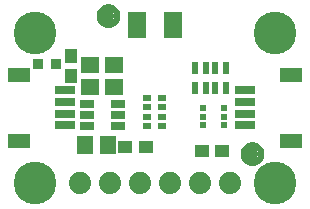
<source format=gbr>
G04 EAGLE Gerber RS-274X export*
G75*
%MOMM*%
%FSLAX34Y34*%
%LPD*%
%INSoldermask Top*%
%IPPOS*%
%AMOC8*
5,1,8,0,0,1.08239X$1,22.5*%
G01*
%ADD10R,1.341600X1.601600*%
%ADD11R,1.601600X1.341600*%
%ADD12R,1.176600X1.101600*%
%ADD13R,0.551600X1.001600*%
%ADD14R,0.601600X0.601600*%
%ADD15R,0.601600X0.501600*%
%ADD16C,1.879600*%
%ADD17C,3.617600*%
%ADD18R,1.651600X0.701600*%
%ADD19R,1.901600X1.301600*%
%ADD20C,1.101600*%
%ADD21C,0.500000*%
%ADD22R,0.901600X0.901600*%
%ADD23R,1.101600X1.176600*%
%ADD24R,0.676600X0.589600*%
%ADD25R,1.601600X2.301600*%
%ADD26R,1.301600X0.651600*%


D10*
X67970Y57150D03*
X86970Y57150D03*
D11*
X92710Y106070D03*
X92710Y125070D03*
D12*
X118990Y55880D03*
X101990Y55880D03*
D13*
X186990Y105800D03*
X186990Y122800D03*
X177990Y105800D03*
X169990Y105800D03*
X160990Y105800D03*
X160990Y122800D03*
X177990Y122800D03*
X169990Y122800D03*
D14*
X185530Y73780D03*
D15*
X185530Y81280D03*
D14*
X185530Y88780D03*
X167530Y88780D03*
D15*
X167530Y81280D03*
D14*
X167530Y73780D03*
D16*
X63500Y25400D03*
X88900Y25400D03*
X114300Y25400D03*
X139700Y25400D03*
X165100Y25400D03*
X190500Y25400D03*
D17*
X25400Y152400D03*
X228600Y152400D03*
D18*
X203460Y83900D03*
X203460Y93900D03*
X203460Y73900D03*
X203460Y103900D03*
D19*
X242460Y60900D03*
X242460Y116900D03*
D18*
X50540Y93900D03*
X50540Y83900D03*
X50540Y103900D03*
X50540Y73900D03*
D19*
X11540Y116900D03*
X11540Y60900D03*
D20*
X209550Y49530D03*
D21*
X209550Y57030D02*
X209369Y57028D01*
X209188Y57021D01*
X209007Y57010D01*
X208826Y56995D01*
X208646Y56975D01*
X208466Y56951D01*
X208287Y56923D01*
X208109Y56890D01*
X207932Y56853D01*
X207755Y56812D01*
X207580Y56767D01*
X207405Y56717D01*
X207232Y56663D01*
X207061Y56605D01*
X206890Y56543D01*
X206722Y56476D01*
X206555Y56406D01*
X206389Y56332D01*
X206226Y56253D01*
X206065Y56171D01*
X205905Y56085D01*
X205748Y55995D01*
X205593Y55901D01*
X205440Y55804D01*
X205290Y55702D01*
X205142Y55598D01*
X204996Y55489D01*
X204854Y55378D01*
X204714Y55262D01*
X204577Y55144D01*
X204442Y55022D01*
X204311Y54897D01*
X204183Y54769D01*
X204058Y54638D01*
X203936Y54503D01*
X203818Y54366D01*
X203702Y54226D01*
X203591Y54084D01*
X203482Y53938D01*
X203378Y53790D01*
X203276Y53640D01*
X203179Y53487D01*
X203085Y53332D01*
X202995Y53175D01*
X202909Y53015D01*
X202827Y52854D01*
X202748Y52691D01*
X202674Y52525D01*
X202604Y52358D01*
X202537Y52190D01*
X202475Y52019D01*
X202417Y51848D01*
X202363Y51675D01*
X202313Y51500D01*
X202268Y51325D01*
X202227Y51148D01*
X202190Y50971D01*
X202157Y50793D01*
X202129Y50614D01*
X202105Y50434D01*
X202085Y50254D01*
X202070Y50073D01*
X202059Y49892D01*
X202052Y49711D01*
X202050Y49530D01*
X209550Y57030D02*
X209731Y57028D01*
X209912Y57021D01*
X210093Y57010D01*
X210274Y56995D01*
X210454Y56975D01*
X210634Y56951D01*
X210813Y56923D01*
X210991Y56890D01*
X211168Y56853D01*
X211345Y56812D01*
X211520Y56767D01*
X211695Y56717D01*
X211868Y56663D01*
X212039Y56605D01*
X212210Y56543D01*
X212378Y56476D01*
X212545Y56406D01*
X212711Y56332D01*
X212874Y56253D01*
X213035Y56171D01*
X213195Y56085D01*
X213352Y55995D01*
X213507Y55901D01*
X213660Y55804D01*
X213810Y55702D01*
X213958Y55598D01*
X214104Y55489D01*
X214246Y55378D01*
X214386Y55262D01*
X214523Y55144D01*
X214658Y55022D01*
X214789Y54897D01*
X214917Y54769D01*
X215042Y54638D01*
X215164Y54503D01*
X215282Y54366D01*
X215398Y54226D01*
X215509Y54084D01*
X215618Y53938D01*
X215722Y53790D01*
X215824Y53640D01*
X215921Y53487D01*
X216015Y53332D01*
X216105Y53175D01*
X216191Y53015D01*
X216273Y52854D01*
X216352Y52691D01*
X216426Y52525D01*
X216496Y52358D01*
X216563Y52190D01*
X216625Y52019D01*
X216683Y51848D01*
X216737Y51675D01*
X216787Y51500D01*
X216832Y51325D01*
X216873Y51148D01*
X216910Y50971D01*
X216943Y50793D01*
X216971Y50614D01*
X216995Y50434D01*
X217015Y50254D01*
X217030Y50073D01*
X217041Y49892D01*
X217048Y49711D01*
X217050Y49530D01*
X217048Y49349D01*
X217041Y49168D01*
X217030Y48987D01*
X217015Y48806D01*
X216995Y48626D01*
X216971Y48446D01*
X216943Y48267D01*
X216910Y48089D01*
X216873Y47912D01*
X216832Y47735D01*
X216787Y47560D01*
X216737Y47385D01*
X216683Y47212D01*
X216625Y47041D01*
X216563Y46870D01*
X216496Y46702D01*
X216426Y46535D01*
X216352Y46369D01*
X216273Y46206D01*
X216191Y46045D01*
X216105Y45885D01*
X216015Y45728D01*
X215921Y45573D01*
X215824Y45420D01*
X215722Y45270D01*
X215618Y45122D01*
X215509Y44976D01*
X215398Y44834D01*
X215282Y44694D01*
X215164Y44557D01*
X215042Y44422D01*
X214917Y44291D01*
X214789Y44163D01*
X214658Y44038D01*
X214523Y43916D01*
X214386Y43798D01*
X214246Y43682D01*
X214104Y43571D01*
X213958Y43462D01*
X213810Y43358D01*
X213660Y43256D01*
X213507Y43159D01*
X213352Y43065D01*
X213195Y42975D01*
X213035Y42889D01*
X212874Y42807D01*
X212711Y42728D01*
X212545Y42654D01*
X212378Y42584D01*
X212210Y42517D01*
X212039Y42455D01*
X211868Y42397D01*
X211695Y42343D01*
X211520Y42293D01*
X211345Y42248D01*
X211168Y42207D01*
X210991Y42170D01*
X210813Y42137D01*
X210634Y42109D01*
X210454Y42085D01*
X210274Y42065D01*
X210093Y42050D01*
X209912Y42039D01*
X209731Y42032D01*
X209550Y42030D01*
X209369Y42032D01*
X209188Y42039D01*
X209007Y42050D01*
X208826Y42065D01*
X208646Y42085D01*
X208466Y42109D01*
X208287Y42137D01*
X208109Y42170D01*
X207932Y42207D01*
X207755Y42248D01*
X207580Y42293D01*
X207405Y42343D01*
X207232Y42397D01*
X207061Y42455D01*
X206890Y42517D01*
X206722Y42584D01*
X206555Y42654D01*
X206389Y42728D01*
X206226Y42807D01*
X206065Y42889D01*
X205905Y42975D01*
X205748Y43065D01*
X205593Y43159D01*
X205440Y43256D01*
X205290Y43358D01*
X205142Y43462D01*
X204996Y43571D01*
X204854Y43682D01*
X204714Y43798D01*
X204577Y43916D01*
X204442Y44038D01*
X204311Y44163D01*
X204183Y44291D01*
X204058Y44422D01*
X203936Y44557D01*
X203818Y44694D01*
X203702Y44834D01*
X203591Y44976D01*
X203482Y45122D01*
X203378Y45270D01*
X203276Y45420D01*
X203179Y45573D01*
X203085Y45728D01*
X202995Y45885D01*
X202909Y46045D01*
X202827Y46206D01*
X202748Y46369D01*
X202674Y46535D01*
X202604Y46702D01*
X202537Y46870D01*
X202475Y47041D01*
X202417Y47212D01*
X202363Y47385D01*
X202313Y47560D01*
X202268Y47735D01*
X202227Y47912D01*
X202190Y48089D01*
X202157Y48267D01*
X202129Y48446D01*
X202105Y48626D01*
X202085Y48806D01*
X202070Y48987D01*
X202059Y49168D01*
X202052Y49349D01*
X202050Y49530D01*
D20*
X87630Y166370D03*
D21*
X87630Y173870D02*
X87449Y173868D01*
X87268Y173861D01*
X87087Y173850D01*
X86906Y173835D01*
X86726Y173815D01*
X86546Y173791D01*
X86367Y173763D01*
X86189Y173730D01*
X86012Y173693D01*
X85835Y173652D01*
X85660Y173607D01*
X85485Y173557D01*
X85312Y173503D01*
X85141Y173445D01*
X84970Y173383D01*
X84802Y173316D01*
X84635Y173246D01*
X84469Y173172D01*
X84306Y173093D01*
X84145Y173011D01*
X83985Y172925D01*
X83828Y172835D01*
X83673Y172741D01*
X83520Y172644D01*
X83370Y172542D01*
X83222Y172438D01*
X83076Y172329D01*
X82934Y172218D01*
X82794Y172102D01*
X82657Y171984D01*
X82522Y171862D01*
X82391Y171737D01*
X82263Y171609D01*
X82138Y171478D01*
X82016Y171343D01*
X81898Y171206D01*
X81782Y171066D01*
X81671Y170924D01*
X81562Y170778D01*
X81458Y170630D01*
X81356Y170480D01*
X81259Y170327D01*
X81165Y170172D01*
X81075Y170015D01*
X80989Y169855D01*
X80907Y169694D01*
X80828Y169531D01*
X80754Y169365D01*
X80684Y169198D01*
X80617Y169030D01*
X80555Y168859D01*
X80497Y168688D01*
X80443Y168515D01*
X80393Y168340D01*
X80348Y168165D01*
X80307Y167988D01*
X80270Y167811D01*
X80237Y167633D01*
X80209Y167454D01*
X80185Y167274D01*
X80165Y167094D01*
X80150Y166913D01*
X80139Y166732D01*
X80132Y166551D01*
X80130Y166370D01*
X87630Y173870D02*
X87811Y173868D01*
X87992Y173861D01*
X88173Y173850D01*
X88354Y173835D01*
X88534Y173815D01*
X88714Y173791D01*
X88893Y173763D01*
X89071Y173730D01*
X89248Y173693D01*
X89425Y173652D01*
X89600Y173607D01*
X89775Y173557D01*
X89948Y173503D01*
X90119Y173445D01*
X90290Y173383D01*
X90458Y173316D01*
X90625Y173246D01*
X90791Y173172D01*
X90954Y173093D01*
X91115Y173011D01*
X91275Y172925D01*
X91432Y172835D01*
X91587Y172741D01*
X91740Y172644D01*
X91890Y172542D01*
X92038Y172438D01*
X92184Y172329D01*
X92326Y172218D01*
X92466Y172102D01*
X92603Y171984D01*
X92738Y171862D01*
X92869Y171737D01*
X92997Y171609D01*
X93122Y171478D01*
X93244Y171343D01*
X93362Y171206D01*
X93478Y171066D01*
X93589Y170924D01*
X93698Y170778D01*
X93802Y170630D01*
X93904Y170480D01*
X94001Y170327D01*
X94095Y170172D01*
X94185Y170015D01*
X94271Y169855D01*
X94353Y169694D01*
X94432Y169531D01*
X94506Y169365D01*
X94576Y169198D01*
X94643Y169030D01*
X94705Y168859D01*
X94763Y168688D01*
X94817Y168515D01*
X94867Y168340D01*
X94912Y168165D01*
X94953Y167988D01*
X94990Y167811D01*
X95023Y167633D01*
X95051Y167454D01*
X95075Y167274D01*
X95095Y167094D01*
X95110Y166913D01*
X95121Y166732D01*
X95128Y166551D01*
X95130Y166370D01*
X95128Y166189D01*
X95121Y166008D01*
X95110Y165827D01*
X95095Y165646D01*
X95075Y165466D01*
X95051Y165286D01*
X95023Y165107D01*
X94990Y164929D01*
X94953Y164752D01*
X94912Y164575D01*
X94867Y164400D01*
X94817Y164225D01*
X94763Y164052D01*
X94705Y163881D01*
X94643Y163710D01*
X94576Y163542D01*
X94506Y163375D01*
X94432Y163209D01*
X94353Y163046D01*
X94271Y162885D01*
X94185Y162725D01*
X94095Y162568D01*
X94001Y162413D01*
X93904Y162260D01*
X93802Y162110D01*
X93698Y161962D01*
X93589Y161816D01*
X93478Y161674D01*
X93362Y161534D01*
X93244Y161397D01*
X93122Y161262D01*
X92997Y161131D01*
X92869Y161003D01*
X92738Y160878D01*
X92603Y160756D01*
X92466Y160638D01*
X92326Y160522D01*
X92184Y160411D01*
X92038Y160302D01*
X91890Y160198D01*
X91740Y160096D01*
X91587Y159999D01*
X91432Y159905D01*
X91275Y159815D01*
X91115Y159729D01*
X90954Y159647D01*
X90791Y159568D01*
X90625Y159494D01*
X90458Y159424D01*
X90290Y159357D01*
X90119Y159295D01*
X89948Y159237D01*
X89775Y159183D01*
X89600Y159133D01*
X89425Y159088D01*
X89248Y159047D01*
X89071Y159010D01*
X88893Y158977D01*
X88714Y158949D01*
X88534Y158925D01*
X88354Y158905D01*
X88173Y158890D01*
X87992Y158879D01*
X87811Y158872D01*
X87630Y158870D01*
X87449Y158872D01*
X87268Y158879D01*
X87087Y158890D01*
X86906Y158905D01*
X86726Y158925D01*
X86546Y158949D01*
X86367Y158977D01*
X86189Y159010D01*
X86012Y159047D01*
X85835Y159088D01*
X85660Y159133D01*
X85485Y159183D01*
X85312Y159237D01*
X85141Y159295D01*
X84970Y159357D01*
X84802Y159424D01*
X84635Y159494D01*
X84469Y159568D01*
X84306Y159647D01*
X84145Y159729D01*
X83985Y159815D01*
X83828Y159905D01*
X83673Y159999D01*
X83520Y160096D01*
X83370Y160198D01*
X83222Y160302D01*
X83076Y160411D01*
X82934Y160522D01*
X82794Y160638D01*
X82657Y160756D01*
X82522Y160878D01*
X82391Y161003D01*
X82263Y161131D01*
X82138Y161262D01*
X82016Y161397D01*
X81898Y161534D01*
X81782Y161674D01*
X81671Y161816D01*
X81562Y161962D01*
X81458Y162110D01*
X81356Y162260D01*
X81259Y162413D01*
X81165Y162568D01*
X81075Y162725D01*
X80989Y162885D01*
X80907Y163046D01*
X80828Y163209D01*
X80754Y163375D01*
X80684Y163542D01*
X80617Y163710D01*
X80555Y163881D01*
X80497Y164052D01*
X80443Y164225D01*
X80393Y164400D01*
X80348Y164575D01*
X80307Y164752D01*
X80270Y164929D01*
X80237Y165107D01*
X80209Y165286D01*
X80185Y165466D01*
X80165Y165646D01*
X80150Y165827D01*
X80139Y166008D01*
X80132Y166189D01*
X80130Y166370D01*
D17*
X25400Y25400D03*
X228600Y25400D03*
D22*
X28060Y125730D03*
X43060Y125730D03*
D23*
X55880Y115960D03*
X55880Y132960D03*
D12*
X166760Y52070D03*
X183760Y52070D03*
D24*
X133350Y97090D03*
X133350Y89090D03*
X133350Y81090D03*
X133350Y73090D03*
X120650Y73090D03*
X120650Y81090D03*
X120650Y89090D03*
X120650Y97090D03*
D25*
X142500Y158750D03*
X111500Y158750D03*
D26*
X69550Y92050D03*
X69550Y82550D03*
X69550Y73050D03*
X95550Y73050D03*
X95550Y82550D03*
X95550Y92050D03*
D11*
X72390Y106070D03*
X72390Y125070D03*
M02*

</source>
